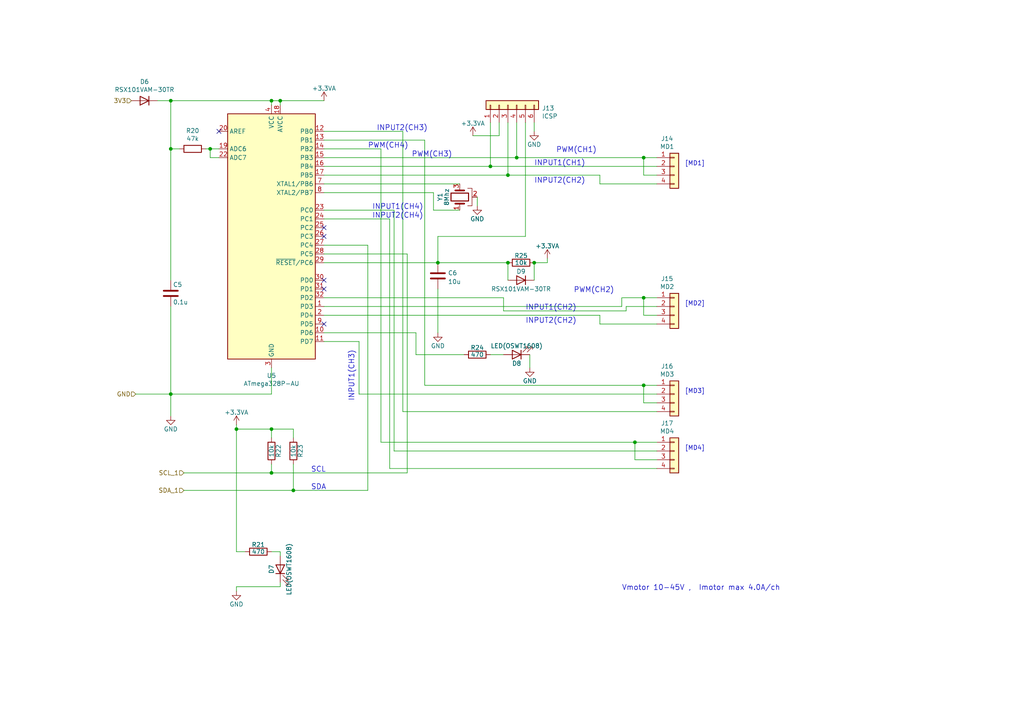
<source format=kicad_sch>
(kicad_sch (version 20211123) (generator eeschema)
  (paper "A4")
  (lib_symbols
    (symbol "Connector_Generic:Conn_01x04" (pin_names (offset 1.016) hide)
      (property "Reference" "J" (at 0 5.08 0))
      (property "Value" "Conn_01x04" (at 0 -7.62 0))
      (symbol "Conn_01x04_1_1"
        (rectangle (start -1.27 -4.953) (end 0 -5.207) (stroke (width 0.1524)))
        (rectangle (start -1.27 -2.413) (end 0 -2.667) (stroke (width 0.1524)))
        (rectangle (start -1.27 0.127) (end 0 -0.127) (stroke (width 0.1524)))
        (rectangle (start -1.27 2.667) (end 0 2.413) (stroke (width 0.1524)))
        (rectangle (start -1.27 3.81) (end 1.27 -6.35) (stroke (width 0.254)) (fill (type background)))
        (pin passive line (at -5.08 2.54 0) (length 3.81) (name "Pin_1") (number "1"))
        (pin passive line (at -5.08 0 0) (length 3.81) (name "Pin_2") (number "2"))
        (pin passive line (at -5.08 -2.54 0) (length 3.81) (name "Pin_3") (number "3"))
        (pin passive line (at -5.08 -5.08 0) (length 3.81) (name "Pin_4") (number "4"))
      )
    )
    (symbol "Connector_Generic:Conn_01x06" (pin_names (offset 1.016) hide)
      (property "Reference" "J" (at 0 7.62 0))
      (property "Value" "Conn_01x06" (at 0 -10.16 0))
      (symbol "Conn_01x06_1_1"
        (rectangle (start -1.27 -7.493) (end 0 -7.747) (stroke (width 0.1524)))
        (rectangle (start -1.27 -4.953) (end 0 -5.207) (stroke (width 0.1524)))
        (rectangle (start -1.27 -2.413) (end 0 -2.667) (stroke (width 0.1524)))
        (rectangle (start -1.27 0.127) (end 0 -0.127) (stroke (width 0.1524)))
        (rectangle (start -1.27 2.667) (end 0 2.413) (stroke (width 0.1524)))
        (rectangle (start -1.27 5.207) (end 0 4.953) (stroke (width 0.1524)))
        (rectangle (start -1.27 6.35) (end 1.27 -8.89) (stroke (width 0.254)) (fill (type background)))
        (pin passive line (at -5.08 5.08 0) (length 3.81) (name "Pin_1") (number "1"))
        (pin passive line (at -5.08 2.54 0) (length 3.81) (name "Pin_2") (number "2"))
        (pin passive line (at -5.08 0 0) (length 3.81) (name "Pin_3") (number "3"))
        (pin passive line (at -5.08 -2.54 0) (length 3.81) (name "Pin_4") (number "4"))
        (pin passive line (at -5.08 -5.08 0) (length 3.81) (name "Pin_5") (number "5"))
        (pin passive line (at -5.08 -7.62 0) (length 3.81) (name "Pin_6") (number "6"))
      )
    )
    (symbol "Device:C" (pin_numbers hide) (pin_names (offset 0.254))
      (property "Reference" "C" (at 0.635 2.54 0))
      (property "Value" "C" (at 0.635 -2.54 0))
      (symbol "C_0_1"
        (polyline (pts (xy -2.032 -0.762) (xy 2.032 -0.762)) (stroke (width 0.508)))
        (polyline (pts (xy -2.032 0.762) (xy 2.032 0.762)) (stroke (width 0.508)))
      )
      (symbol "C_1_1"
        (pin passive line (at 0 3.81 270) (length 2.794) (name "~") (number "1"))
        (pin passive line (at 0 -3.81 90) (length 2.794) (name "~") (number "2"))
      )
    )
    (symbol "Device:Crystal_GND2" (pin_names (offset 1.016) hide)
      (property "Reference" "Y" (at 0 5.715 0))
      (property "Value" "Crystal_GND2" (at 0 3.81 0))
      (symbol "Crystal_GND2_0_1"
        (rectangle (start -1.143 2.54) (end 1.143 -2.54) (stroke (width 0.3048)))
        (polyline (pts (xy -2.54 0) (xy -1.905 0)))
        (polyline (pts (xy -1.905 -1.27) (xy -1.905 1.27)) (stroke (width 0.508)))
        (polyline (pts (xy 0 -3.81) (xy 0 -3.556)))
        (polyline (pts (xy 1.905 0) (xy 2.54 0)))
        (polyline (pts (xy 1.905 1.27) (xy 1.905 -1.27)) (stroke (width 0.508)))
        (polyline (pts (xy -2.54 -2.286) (xy -2.54 -3.556) (xy 2.54 -3.556) (xy 2.54 -2.286)))
      )
      (symbol "Crystal_GND2_1_1"
        (pin passive line (at -3.81 0 0) (length 1.27) (name "1") (number "1"))
        (pin passive line (at 0 -5.08 90) (length 1.27) (name "2") (number "2"))
        (pin passive line (at 3.81 0 180) (length 1.27) (name "3") (number "3"))
      )
    )
    (symbol "Device:D" (pin_numbers hide) (pin_names (offset 1.016) hide)
      (property "Reference" "D" (at 0 2.54 0))
      (property "Value" "D" (at 0 -2.54 0))
      (symbol "D_0_1"
        (polyline (pts (xy -1.27 1.27) (xy -1.27 -1.27)) (stroke (width 0.254)))
        (polyline (pts (xy 1.27 0) (xy -1.27 0)))
        (polyline (pts (xy 1.27 1.27) (xy 1.27 -1.27) (xy -1.27 0) (xy 1.27 1.27)) (stroke (width 0.254)))
      )
      (symbol "D_1_1"
        (pin passive line (at -3.81 0 0) (length 2.54) (name "K") (number "1"))
        (pin passive line (at 3.81 0 180) (length 2.54) (name "A") (number "2"))
      )
    )
    (symbol "Device:LED" (pin_numbers hide) (pin_names (offset 1.016) hide)
      (property "Reference" "D" (at 0 2.54 0))
      (property "Value" "LED" (at 0 -2.54 0))
      (symbol "LED_0_1"
        (polyline (pts (xy -1.27 -1.27) (xy -1.27 1.27)) (stroke (width 0.254)))
        (polyline (pts (xy -1.27 0) (xy 1.27 0)))
        (polyline (pts (xy 1.27 -1.27) (xy 1.27 1.27) (xy -1.27 0) (xy 1.27 -1.27)) (stroke (width 0.254)))
        (polyline (pts (xy -3.048 -0.762) (xy -4.572 -2.286) (xy -3.81 -2.286) (xy -4.572 -2.286) (xy -4.572 -1.524)))
        (polyline (pts (xy -1.778 -0.762) (xy -3.302 -2.286) (xy -2.54 -2.286) (xy -3.302 -2.286) (xy -3.302 -1.524)))
      )
      (symbol "LED_1_1"
        (pin passive line (at -3.81 0 0) (length 2.54) (name "K") (number "1"))
        (pin passive line (at 3.81 0 180) (length 2.54) (name "A") (number "2"))
      )
    )
    (symbol "Device:R" (pin_numbers hide) (pin_names (offset 0))
      (property "Reference" "R" (at 2.032 0 90))
      (property "Value" "R" (at 0 0 90))
      (symbol "R_0_1"
        (rectangle (start -1.016 -2.54) (end 1.016 2.54) (stroke (width 0.254)))
      )
      (symbol "R_1_1"
        (pin passive line (at 0 3.81 270) (length 1.27) (name "~") (number "1"))
        (pin passive line (at 0 -3.81 90) (length 1.27) (name "~") (number "2"))
      )
    )
    (symbol "Diode:1N4001" (pin_numbers hide) (pin_names hide)
      (property "Reference" "D" (at 0 2.54 0))
      (property "Value" "1N4001" (at 0 -2.54 0))
      (symbol "1N4001_0_1"
        (polyline (pts (xy -1.27 1.27) (xy -1.27 -1.27)) (stroke (width 0.254)))
        (polyline (pts (xy 1.27 0) (xy -1.27 0)))
        (polyline (pts (xy 1.27 1.27) (xy 1.27 -1.27) (xy -1.27 0) (xy 1.27 1.27)) (stroke (width 0.254)))
      )
      (symbol "1N4001_1_1"
        (pin passive line (at -3.81 0 0) (length 2.54) (name "K") (number "1"))
        (pin passive line (at 3.81 0 180) (length 2.54) (name "A") (number "2"))
      )
    )
    (symbol "MCU_Microchip_ATmega:ATmega328P-A"
      (property "Reference" "U" (at -12.7 36.83 0))
      (property "Value" "ATmega328P-A" (at 2.54 -36.83 0))
      (symbol "ATmega328P-A_0_1"
        (rectangle (start -12.7 -35.56) (end 12.7 35.56) (stroke (width 0.254)) (fill (type background)))
      )
      (symbol "ATmega328P-A_1_1"
        (pin bidirectional line (at 15.24 -20.32 180) (length 2.54) (name "PD3") (number "1"))
        (pin bidirectional line (at 15.24 -27.94 180) (length 2.54) (name "PD6") (number "10"))
        (pin bidirectional line (at 15.24 -30.48 180) (length 2.54) (name "PD7") (number "11"))
        (pin bidirectional line (at 15.24 30.48 180) (length 2.54) (name "PB0") (number "12"))
        (pin bidirectional line (at 15.24 27.94 180) (length 2.54) (name "PB1") (number "13"))
        (pin bidirectional line (at 15.24 25.4 180) (length 2.54) (name "PB2") (number "14"))
        (pin bidirectional line (at 15.24 22.86 180) (length 2.54) (name "PB3") (number "15"))
        (pin bidirectional line (at 15.24 20.32 180) (length 2.54) (name "PB4") (number "16"))
        (pin bidirectional line (at 15.24 17.78 180) (length 2.54) (name "PB5") (number "17"))
        (pin power_in line (at 2.54 38.1 270) (length 2.54) (name "AVCC") (number "18"))
        (pin input line (at -15.24 25.4 0) (length 2.54) (name "ADC6") (number "19"))
        (pin bidirectional line (at 15.24 -22.86 180) (length 2.54) (name "PD4") (number "2"))
        (pin passive line (at -15.24 30.48 0) (length 2.54) (name "AREF") (number "20"))
        (pin passive line (at 0 -38.1 90) (length 2.54) hide (name "GND") (number "21"))
        (pin input line (at -15.24 22.86 0) (length 2.54) (name "ADC7") (number "22"))
        (pin bidirectional line (at 15.24 7.62 180) (length 2.54) (name "PC0") (number "23"))
        (pin bidirectional line (at 15.24 5.08 180) (length 2.54) (name "PC1") (number "24"))
        (pin bidirectional line (at 15.24 2.54 180) (length 2.54) (name "PC2") (number "25"))
        (pin bidirectional line (at 15.24 0 180) (length 2.54) (name "PC3") (number "26"))
        (pin bidirectional line (at 15.24 -2.54 180) (length 2.54) (name "PC4") (number "27"))
        (pin bidirectional line (at 15.24 -5.08 180) (length 2.54) (name "PC5") (number "28"))
        (pin bidirectional line (at 15.24 -7.62 180) (length 2.54) (name "~{RESET}/PC6") (number "29"))
        (pin power_in line (at 0 -38.1 90) (length 2.54) (name "GND") (number "3"))
        (pin bidirectional line (at 15.24 -12.7 180) (length 2.54) (name "PD0") (number "30"))
        (pin bidirectional line (at 15.24 -15.24 180) (length 2.54) (name "PD1") (number "31"))
        (pin bidirectional line (at 15.24 -17.78 180) (length 2.54) (name "PD2") (number "32"))
        (pin power_in line (at 0 38.1 270) (length 2.54) (name "VCC") (number "4"))
        (pin passive line (at 0 -38.1 90) (length 2.54) hide (name "GND") (number "5"))
        (pin passive line (at 0 38.1 270) (length 2.54) hide (name "VCC") (number "6"))
        (pin bidirectional line (at 15.24 15.24 180) (length 2.54) (name "XTAL1/PB6") (number "7"))
        (pin bidirectional line (at 15.24 12.7 180) (length 2.54) (name "XTAL2/PB7") (number "8"))
        (pin bidirectional line (at 15.24 -25.4 180) (length 2.54) (name "PD5") (number "9"))
      )
    )
    (symbol "power:+3.3VA" (power) (pin_names (offset 0))
      (property "Value" "+3.3VA" (at 0 3.556 0))
      (symbol "+3.3VA_0_1"
        (polyline (pts (xy -0.762 1.27) (xy 0 2.54)))
        (polyline (pts (xy 0 0) (xy 0 2.54)))
        (polyline (pts (xy 0 2.54) (xy 0.762 1.27)))
      )
      (symbol "+3.3VA_1_1"
        (pin power_in line (at 0 0 90) (length 0) hide (name "+3.3VA") (number "1"))
      )
    )
    (symbol "power:GND" (power) (pin_names (offset 0))
      (property "Value" "GND" (at 0 -3.81 0))
      (symbol "GND_0_1"
        (polyline (pts (xy 0 0) (xy 0 -1.27) (xy 1.27 -1.27) (xy 0 -2.54) (xy -1.27 -1.27) (xy 0 -1.27)))
      )
      (symbol "GND_1_1"
        (pin power_in line (at 0 0 270) (length 0) hide (name "GND") (number "1"))
      )
    )
  )
  (junction (at 68.58 124.46))
  (junction (at 147.32 50.8))
  (junction (at 78.74 137.16))
  (junction (at 49.53 114.3))
  (junction (at 184.15 128.27))
  (junction (at 78.74 124.46))
  (junction (at 186.69 111.76))
  (junction (at 49.53 43.18))
  (junction (at 154.94 76.2))
  (junction (at 186.69 45.72))
  (junction (at 85.09 142.24))
  (junction (at 127 76.2))
  (junction (at 78.74 29.21))
  (junction (at 149.86 45.72))
  (junction (at 49.53 29.21))
  (junction (at 60.96 43.18))
  (junction (at 81.28 29.21))
  (junction (at 186.69 86.36))
  (junction (at 147.32 76.2))
  (junction (at 142.24 48.26))
  (no_connect (at 93.98 83.82))
  (no_connect (at 93.98 81.28))
  (no_connect (at 93.98 66.04))
  (no_connect (at 63.5 38.1))
  (no_connect (at 93.98 93.98))
  (no_connect (at 93.98 68.58))
  (wire (pts (xy 49.53 114.3) (xy 78.74 114.3)))
  (wire (pts (xy 81.28 160.02) (xy 81.28 161.29)))
  (wire (pts (xy 142.24 48.26) (xy 190.5 48.26)))
  (wire (pts (xy 147.32 35.56) (xy 147.32 50.8)))
  (wire (pts (xy 147.32 50.8) (xy 173.99 50.8)))
  (wire (pts (xy 93.98 40.64) (xy 123.19 40.64)))
  (wire (pts (xy 68.58 123.19) (xy 68.58 124.46)))
  (wire (pts (xy 173.99 91.44) (xy 173.99 93.98)))
  (wire (pts (xy 120.65 96.52) (xy 120.65 102.87)))
  (wire (pts (xy 106.68 71.12) (xy 106.68 142.24)))
  (wire (pts (xy 118.11 137.16) (xy 78.74 137.16)))
  (wire (pts (xy 142.24 102.87) (xy 146.05 102.87)))
  (wire (pts (xy 68.58 124.46) (xy 78.74 124.46)))
  (wire (pts (xy 137.16 39.37) (xy 144.78 39.37)))
  (wire (pts (xy 78.74 137.16) (xy 53.34 137.16)))
  (wire (pts (xy 113.03 63.5) (xy 113.03 135.89)))
  (wire (pts (xy 68.58 170.18) (xy 81.28 170.18)))
  (wire (pts (xy 93.98 96.52) (xy 120.65 96.52)))
  (wire (pts (xy 45.72 29.21) (xy 49.53 29.21)))
  (wire (pts (xy 59.69 43.18) (xy 60.96 43.18)))
  (wire (pts (xy 184.15 133.35) (xy 184.15 128.27)))
  (wire (pts (xy 142.24 35.56) (xy 142.24 48.26)))
  (wire (pts (xy 68.58 124.46) (xy 68.58 160.02)))
  (wire (pts (xy 93.98 99.06) (xy 104.14 99.06)))
  (wire (pts (xy 93.98 60.96) (xy 114.3 60.96)))
  (wire (pts (xy 180.34 86.36) (xy 186.69 86.36)))
  (wire (pts (xy 81.28 170.18) (xy 81.28 168.91)))
  (wire (pts (xy 49.53 114.3) (xy 49.53 120.65)))
  (wire (pts (xy 49.53 43.18) (xy 49.53 81.28)))
  (wire (pts (xy 173.99 53.34) (xy 173.99 50.8)))
  (wire (pts (xy 85.09 142.24) (xy 53.34 142.24)))
  (wire (pts (xy 118.11 73.66) (xy 118.11 137.16)))
  (wire (pts (xy 127 68.58) (xy 127 76.2)))
  (wire (pts (xy 49.53 29.21) (xy 78.74 29.21)))
  (wire (pts (xy 78.74 29.21) (xy 78.74 30.48)))
  (wire (pts (xy 106.68 142.24) (xy 85.09 142.24)))
  (wire (pts (xy 190.5 133.35) (xy 184.15 133.35)))
  (wire (pts (xy 78.74 160.02) (xy 81.28 160.02)))
  (wire (pts (xy 85.09 124.46) (xy 85.09 127)))
  (wire (pts (xy 190.5 91.44) (xy 186.69 91.44)))
  (wire (pts (xy 93.98 88.9) (xy 180.34 88.9)))
  (wire (pts (xy 93.98 76.2) (xy 127 76.2)))
  (wire (pts (xy 113.03 135.89) (xy 190.5 135.89)))
  (wire (pts (xy 180.34 88.9) (xy 180.34 86.36)))
  (wire (pts (xy 116.84 119.38) (xy 190.5 119.38)))
  (wire (pts (xy 190.5 50.8) (xy 186.69 50.8)))
  (wire (pts (xy 49.53 88.9) (xy 49.53 114.3)))
  (wire (pts (xy 60.96 45.72) (xy 63.5 45.72)))
  (wire (pts (xy 158.75 76.2) (xy 158.75 74.93)))
  (wire (pts (xy 49.53 43.18) (xy 52.07 43.18)))
  (wire (pts (xy 104.14 114.3) (xy 190.5 114.3)))
  (wire (pts (xy 93.98 63.5) (xy 113.03 63.5)))
  (wire (pts (xy 93.98 45.72) (xy 149.86 45.72)))
  (wire (pts (xy 186.69 116.84) (xy 190.5 116.84)))
  (wire (pts (xy 78.74 29.21) (xy 81.28 29.21)))
  (wire (pts (xy 127 76.2) (xy 147.32 76.2)))
  (wire (pts (xy 85.09 134.62) (xy 85.09 142.24)))
  (wire (pts (xy 68.58 160.02) (xy 71.12 160.02)))
  (wire (pts (xy 125.73 55.88) (xy 125.73 60.96)))
  (wire (pts (xy 190.5 86.36) (xy 186.69 86.36)))
  (wire (pts (xy 154.94 76.2) (xy 154.94 81.28)))
  (wire (pts (xy 186.69 45.72) (xy 186.69 50.8)))
  (wire (pts (xy 152.4 68.58) (xy 127 68.58)))
  (wire (pts (xy 104.14 114.3) (xy 104.14 99.06)))
  (wire (pts (xy 78.74 124.46) (xy 78.74 127)))
  (wire (pts (xy 110.49 128.27) (xy 184.15 128.27)))
  (wire (pts (xy 154.94 35.56) (xy 154.94 38.1)))
  (wire (pts (xy 173.99 53.34) (xy 190.5 53.34)))
  (wire (pts (xy 153.67 102.87) (xy 153.67 106.68)))
  (wire (pts (xy 93.98 43.18) (xy 110.49 43.18)))
  (wire (pts (xy 49.53 29.21) (xy 49.53 43.18)))
  (wire (pts (xy 114.3 130.81) (xy 190.5 130.81)))
  (wire (pts (xy 93.98 91.44) (xy 173.99 91.44)))
  (wire (pts (xy 78.74 124.46) (xy 85.09 124.46)))
  (wire (pts (xy 81.28 29.21) (xy 93.98 29.21)))
  (wire (pts (xy 81.28 29.21) (xy 81.28 30.48)))
  (wire (pts (xy 127 83.82) (xy 127 96.52)))
  (wire (pts (xy 173.99 93.98) (xy 190.5 93.98)))
  (wire (pts (xy 93.98 73.66) (xy 118.11 73.66)))
  (wire (pts (xy 125.73 60.96) (xy 133.35 60.96)))
  (wire (pts (xy 181.61 88.9) (xy 190.5 88.9)))
  (wire (pts (xy 181.61 90.17) (xy 181.61 88.9)))
  (wire (pts (xy 123.19 111.76) (xy 186.69 111.76)))
  (wire (pts (xy 190.5 45.72) (xy 186.69 45.72)))
  (wire (pts (xy 78.74 106.68) (xy 78.74 114.3)))
  (wire (pts (xy 190.5 128.27) (xy 184.15 128.27)))
  (wire (pts (xy 123.19 40.64) (xy 123.19 111.76)))
  (wire (pts (xy 146.05 86.36) (xy 146.05 90.17)))
  (wire (pts (xy 68.58 170.18) (xy 68.58 171.45)))
  (wire (pts (xy 186.69 111.76) (xy 186.69 116.84)))
  (wire (pts (xy 114.3 60.96) (xy 114.3 130.81)))
  (wire (pts (xy 154.94 76.2) (xy 158.75 76.2)))
  (wire (pts (xy 93.98 71.12) (xy 106.68 71.12)))
  (wire (pts (xy 60.96 43.18) (xy 63.5 43.18)))
  (wire (pts (xy 147.32 76.2) (xy 147.32 81.28)))
  (wire (pts (xy 93.98 48.26) (xy 142.24 48.26)))
  (wire (pts (xy 138.43 57.15) (xy 138.43 59.69)))
  (wire (pts (xy 190.5 111.76) (xy 186.69 111.76)))
  (wire (pts (xy 120.65 102.87) (xy 134.62 102.87)))
  (wire (pts (xy 116.84 38.1) (xy 116.84 119.38)))
  (wire (pts (xy 78.74 134.62) (xy 78.74 137.16)))
  (wire (pts (xy 146.05 90.17) (xy 181.61 90.17)))
  (wire (pts (xy 110.49 43.18) (xy 110.49 128.27)))
  (wire (pts (xy 93.98 53.34) (xy 133.35 53.34)))
  (wire (pts (xy 152.4 35.56) (xy 152.4 68.58)))
  (wire (pts (xy 93.98 55.88) (xy 125.73 55.88)))
  (wire (pts (xy 186.69 91.44) (xy 186.69 86.36)))
  (wire (pts (xy 93.98 86.36) (xy 146.05 86.36)))
  (wire (pts (xy 60.96 43.18) (xy 60.96 45.72)))
  (wire (pts (xy 149.86 35.56) (xy 149.86 45.72)))
  (wire (pts (xy 93.98 38.1) (xy 116.84 38.1)))
  (wire (pts (xy 39.37 114.3) (xy 49.53 114.3)))
  (wire (pts (xy 149.86 45.72) (xy 186.69 45.72)))
  (wire (pts (xy 144.78 39.37) (xy 144.78 35.56)))
  (wire (pts (xy 93.98 50.8) (xy 147.32 50.8)))
  (text "INPUT2(CH3)" (at 109.22 38.1 0) (effects (font (size 1.524 1.524)) (justify left bottom)))
  (text "INPUT2(CH2)" (at 154.94 53.34 0) (effects (font (size 1.524 1.524)) (justify left bottom)))
  (text "PWM(CH1)" (at 161.29 44.45 0) (effects (font (size 1.524 1.524)) (justify left bottom)))
  (text "PWM(CH3)" (at 119.38 45.72 0) (effects (font (size 1.524 1.524)) (justify left bottom)))
  (text "PWM(CH2)" (at 166.37 85.09 0) (effects (font (size 1.524 1.524)) (justify left bottom)))
  (text "INPUT1(CH2)" (at 152.4 90.17 0) (effects (font (size 1.524 1.524)) (justify left bottom)))
  (text "INPUT1(CH4)" (at 107.95 60.96 0) (effects (font (size 1.524 1.524)) (justify left bottom)))
  (text "[MD2]" (at 204.47 88.9 180) (effects (font (size 1.27 1.27)) (justify right bottom)))
  (text "INPUT1(CH3)" (at 102.87 101.6 270) (effects (font (size 1.524 1.524)) (justify right bottom)))
  (text "[MD4]" (at 204.47 130.81 180) (effects (font (size 1.27 1.27)) (justify right bottom)))
  (text "INPUT2(CH4)" (at 107.95 63.5 0) (effects (font (size 1.524 1.524)) (justify left bottom)))
  (text "PWM(CH4)" (at 106.68 43.18 0) (effects (font (size 1.524 1.524)) (justify left bottom)))
  (text "[MD1]" (at 204.47 48.26 180) (effects (font (size 1.27 1.27)) (justify right bottom)))
  (text "SDA" (at 90.17 142.24 0) (effects (font (size 1.524 1.524)) (justify left bottom)))
  (text "[MD3]" (at 204.47 114.3 180) (effects (font (size 1.27 1.27)) (justify right bottom)))
  (text "INPUT2(CH2)" (at 152.4 93.98 0) (effects (font (size 1.524 1.524)) (justify left bottom)))
  (text "Vmotor 10-45V ,  Imotor max 4.0A/ch" (at 180.34 171.45 0) (effects (font (size 1.524 1.524)) (justify left bottom)))
  (text "SCL" (at 90.17 137.16 0) (effects (font (size 1.524 1.524)) (justify left bottom)))
  (text "INPUT1(CH1)" (at 154.94 48.26 0) (effects (font (size 1.524 1.524)) (justify left bottom)))
  (hierarchical_label "3V3" (shape input) (at 38.1 29.21 180))
  (hierarchical_label "GND" (shape input) (at 39.37 114.3 180))
  (hierarchical_label "SCL_1" (shape input) (at 53.34 137.16 180))
  (hierarchical_label "SDA_1" (shape input) (at 53.34 142.24 180))
  (symbol (lib_id "MCU_Microchip_ATmega:ATmega328P-A") (at 78.74 68.58 0) (unit 1)
    (property "Reference" "U5" (at 78.74 108.9406 0))
    (property "Value" "ATmega328P-AU" (at 78.74 111.252 0))
    (property "Footprint" "Package_QFP:TQFP-32_7x7mm_P0.8mm" (effects hide))
    (property "Datasheet" "http://ww1.microchip.com/downloads/en/DeviceDoc/ATmega328_P%20AVR%20MCU%20with%20picoPower%20Technology%20Data%20Sheet%2040001984A.pdf" (effects hide))
  )
  (symbol (lib_id "Device:C") (at 127 80.01 0) (unit 1)
    (property "Reference" "C6" (at 129.921 79.1753 0) (effects (justify left)))
    (property "Value" "10u" (at 129.921 81.7122 0) (effects (justify left)))
    (property "Footprint" "Capacitor_SMD:C_0603_1608Metric_Pad1.08x0.95mm_HandSolder" (effects hide))
  )
  (symbol (lib_id "power:GND") (at 138.43 59.69 0) (unit 1)
    (property "Reference" "#PWR048" (effects hide))
    (property "Value" "GND" (at 138.43 63.5 0))
  )
  (symbol (lib_id "Connector_Generic:Conn_01x04") (at 195.58 114.3 0) (unit 1)
    (property "Reference" "J16" (at 193.4972 106.2482 0))
    (property "Value" "MD3" (at 193.4972 108.5596 0))
    (property "Footprint" "0.main.robot:JSTS4B-ZRLFSN" (effects hide))
  )
  (symbol (lib_id "Diode:1N4001") (at 41.91 29.21 180) (unit 1)
    (property "Reference" "D6" (at 41.91 23.6982 0))
    (property "Value" "RSX101VAM-30TR" (at 41.91 26.0096 0))
    (property "Footprint" "Diode_SMD:D_0805_2012Metric_Pad1.15x1.40mm_HandSolder" (effects hide))
    (property "Datasheet" "http://www.vishay.com/docs/88503/1n4001.pdf" (effects hide))
  )
  (symbol (lib_id "Device:R") (at 78.74 130.81 0) (unit 1)
    (property "Reference" "R22" (at 80.772 130.81 90))
    (property "Value" "10k" (at 78.74 130.81 90))
    (property "Footprint" "Resistor_SMD:R_0603_1608Metric_Pad0.98x0.95mm_HandSolder" (effects hide))
  )
  (symbol (lib_id "power:GND") (at 154.94 38.1 0) (unit 1)
    (property "Reference" "#PWR050" (effects hide))
    (property "Value" "GND" (at 154.94 41.91 0))
  )
  (symbol (lib_id "power:GND") (at 153.67 106.68 0) (unit 1)
    (property "Reference" "#PWR049" (effects hide))
    (property "Value" "GND" (at 153.67 110.49 0))
  )
  (symbol (lib_id "power:+3.3VA") (at 68.58 123.19 0) (unit 1)
    (property "Reference" "#PWR043" (effects hide))
    (property "Value" "+3.3VA" (at 68.58 119.6142 0))
  )
  (symbol (lib_id "power:+3.3VA") (at 137.16 39.37 0) (unit 1)
    (property "Reference" "#PWR047" (effects hide))
    (property "Value" "+3.3VA" (at 137.16 35.7942 0))
  )
  (symbol (lib_id "Device:LED") (at 81.28 165.1 90) (unit 1)
    (property "Reference" "D7" (at 78.74 165.1 0))
    (property "Value" "LED(OSWT1608)" (at 83.82 165.1 0))
    (property "Footprint" "LED_SMD:LED_0603_1608Metric_Pad1.05x0.95mm_HandSolder" (effects hide))
  )
  (symbol (lib_id "Device:Crystal_GND2") (at 133.35 57.15 90) (unit 1)
    (property "Reference" "Y1" (at 127.635 57.15 0))
    (property "Value" "8Mhz" (at 129.54 57.15 0))
    (property "Footprint" "Crystal:Resonator-3Pin_W6.0mm_H3.0mm" (effects hide))
  )
  (symbol (lib_id "power:GND") (at 68.58 171.45 0) (unit 1)
    (property "Reference" "#PWR044" (effects hide))
    (property "Value" "GND" (at 68.58 175.26 0))
  )
  (symbol (lib_id "Connector_Generic:Conn_01x04") (at 195.58 88.9 0) (unit 1)
    (property "Reference" "J15" (at 193.4972 80.8482 0))
    (property "Value" "MD2" (at 193.4972 83.1596 0))
    (property "Footprint" "0.main.robot:JSTS4B-ZRLFSN" (effects hide))
  )
  (symbol (lib_id "Device:R") (at 55.88 43.18 270) (unit 1)
    (property "Reference" "R20" (at 55.88 37.9222 90))
    (property "Value" "47k" (at 55.88 40.2336 90))
    (property "Footprint" "Resistor_SMD:R_0603_1608Metric_Pad0.98x0.95mm_HandSolder" (effects hide))
  )
  (symbol (lib_id "Device:R") (at 85.09 130.81 0) (unit 1)
    (property "Reference" "R23" (at 87.122 130.81 90))
    (property "Value" "10k" (at 85.09 130.81 90))
    (property "Footprint" "Resistor_SMD:R_0603_1608Metric_Pad0.98x0.95mm_HandSolder" (effects hide))
  )
  (symbol (lib_id "Device:R") (at 138.43 102.87 90) (unit 1)
    (property "Reference" "R24" (at 138.43 100.838 90))
    (property "Value" "470" (at 138.43 102.87 90))
    (property "Footprint" "Resistor_SMD:R_0603_1608Metric_Pad0.98x0.95mm_HandSolder" (effects hide))
  )
  (symbol (lib_id "Connector_Generic:Conn_01x04") (at 195.58 48.26 0) (unit 1)
    (property "Reference" "J14" (at 193.4972 40.2082 0))
    (property "Value" "MD1" (at 193.4972 42.5196 0))
    (property "Footprint" "0.main.robot:JSTS4B-ZRLFSN" (effects hide))
  )
  (symbol (lib_id "power:+3.3VA") (at 93.98 29.21 0) (unit 1)
    (property "Reference" "#PWR045" (effects hide))
    (property "Value" "+3.3VA" (at 93.98 25.6342 0))
  )
  (symbol (lib_id "Device:LED") (at 149.86 102.87 180) (unit 1)
    (property "Reference" "D8" (at 149.86 105.41 0))
    (property "Value" "LED(OSWT1608)" (at 149.86 100.33 0))
    (property "Footprint" "LED_SMD:LED_0603_1608Metric_Pad1.05x0.95mm_HandSolder" (effects hide))
  )
  (symbol (lib_id "Device:R") (at 74.93 160.02 90) (unit 1)
    (property "Reference" "R21" (at 74.93 157.988 90))
    (property "Value" "470" (at 74.93 160.02 90))
    (property "Footprint" "Resistor_SMD:R_0603_1608Metric_Pad0.98x0.95mm_HandSolder" (effects hide))
  )
  (symbol (lib_id "power:+3.3VA") (at 158.75 74.93 0) (unit 1)
    (property "Reference" "#PWR051" (effects hide))
    (property "Value" "+3.3VA" (at 158.75 71.3542 0))
  )
  (symbol (lib_id "Device:R") (at 151.13 76.2 90) (unit 1)
    (property "Reference" "R25" (at 151.13 74.168 90))
    (property "Value" "10k" (at 151.13 76.2 90))
    (property "Footprint" "Resistor_SMD:R_0603_1608Metric_Pad0.98x0.95mm_HandSolder" (effects hide))
  )
  (symbol (lib_id "Device:C") (at 49.53 85.09 0) (unit 1)
    (property "Reference" "C5" (at 50.165 82.55 0) (effects (justify left)))
    (property "Value" "0.1u" (at 50.165 87.63 0) (effects (justify left)))
    (property "Footprint" "Capacitor_SMD:C_0603_1608Metric_Pad1.08x0.95mm_HandSolder" (effects hide))
  )
  (symbol (lib_id "Connector_Generic:Conn_01x04") (at 195.58 130.81 0) (unit 1)
    (property "Reference" "J17" (at 193.4972 122.7582 0))
    (property "Value" "MD4" (at 193.4972 125.0696 0))
    (property "Footprint" "0.main.robot:JSTS4B-ZRLFSN" (effects hide))
  )
  (symbol (lib_id "Connector_Generic:Conn_01x06") (at 147.32 30.48 90) (unit 1)
    (property "Reference" "J13" (at 157.1752 31.3944 90) (effects (justify right)))
    (property "Value" "ICSP" (at 157.1752 33.7058 90) (effects (justify right)))
    (property "Footprint" "0.main.robot:JSTB6B-ZR" (effects hide))
  )
  (symbol (lib_id "power:GND") (at 49.53 120.65 0) (unit 1)
    (property "Reference" "#PWR042" (effects hide))
    (property "Value" "GND" (at 49.53 124.46 0))
  )
  (symbol (lib_id "Device:D") (at 151.13 81.28 0) (mirror y) (unit 1)
    (property "Reference" "D9" (at 151.13 78.74 0))
    (property "Value" "RSX101VAM-30TR" (at 151.13 83.82 0))
    (property "Footprint" "Diode_SMD:D_0805_2012Metric_Pad1.15x1.40mm_HandSolder" (effects hide))
  )
  (symbol (lib_id "power:GND") (at 127 96.52 0) (unit 1)
    (property "Reference" "#PWR046" (effects hide))
    (property "Value" "GND" (at 127 100.33 0))
  )
)
</source>
